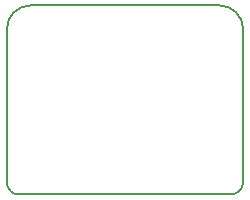
<source format=gbr>
G04 #@! TF.GenerationSoftware,KiCad,Pcbnew,8.0.3*
G04 #@! TF.CreationDate,2024-11-28T13:48:10+05:45*
G04 #@! TF.ProjectId,Watchdog-v1.0,57617463-6864-46f6-972d-76312e302e6b,rev?*
G04 #@! TF.SameCoordinates,Original*
G04 #@! TF.FileFunction,Profile,NP*
%FSLAX46Y46*%
G04 Gerber Fmt 4.6, Leading zero omitted, Abs format (unit mm)*
G04 Created by KiCad (PCBNEW 8.0.3) date 2024-11-28 13:48:10*
%MOMM*%
%LPD*%
G01*
G04 APERTURE LIST*
G04 #@! TA.AperFunction,Profile*
%ADD10C,0.150000*%
G04 #@! TD*
G04 APERTURE END LIST*
D10*
X109825000Y-98070000D02*
G75*
G02*
X108825000Y-97070000I0J1000000D01*
G01*
X108825000Y-84070000D02*
X108825000Y-97070000D01*
X126825000Y-82070000D02*
G75*
G02*
X128825000Y-84070000I0J-2000000D01*
G01*
X108825000Y-84070000D02*
G75*
G02*
X110825000Y-82070000I2000000J0D01*
G01*
X109825000Y-98070000D02*
X127825000Y-98070000D01*
X126825000Y-82070000D02*
X110825000Y-82070000D01*
X128825000Y-97070000D02*
X128825000Y-84070000D01*
X128825000Y-97070000D02*
G75*
G02*
X127825000Y-98070000I-1000000J0D01*
G01*
M02*

</source>
